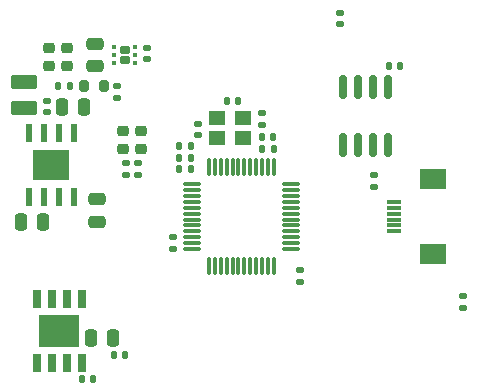
<source format=gbr>
%TF.GenerationSoftware,KiCad,Pcbnew,8.0.2*%
%TF.CreationDate,2024-11-04T12:25:00+02:00*%
%TF.ProjectId,Little Boy - External,4c697474-6c65-4204-926f-79202d204578,rev?*%
%TF.SameCoordinates,Original*%
%TF.FileFunction,Paste,Top*%
%TF.FilePolarity,Positive*%
%FSLAX46Y46*%
G04 Gerber Fmt 4.6, Leading zero omitted, Abs format (unit mm)*
G04 Created by KiCad (PCBNEW 8.0.2) date 2024-11-04 12:25:00*
%MOMM*%
%LPD*%
G01*
G04 APERTURE LIST*
G04 Aperture macros list*
%AMRoundRect*
0 Rectangle with rounded corners*
0 $1 Rounding radius*
0 $2 $3 $4 $5 $6 $7 $8 $9 X,Y pos of 4 corners*
0 Add a 4 corners polygon primitive as box body*
4,1,4,$2,$3,$4,$5,$6,$7,$8,$9,$2,$3,0*
0 Add four circle primitives for the rounded corners*
1,1,$1+$1,$2,$3*
1,1,$1+$1,$4,$5*
1,1,$1+$1,$6,$7*
1,1,$1+$1,$8,$9*
0 Add four rect primitives between the rounded corners*
20,1,$1+$1,$2,$3,$4,$5,0*
20,1,$1+$1,$4,$5,$6,$7,0*
20,1,$1+$1,$6,$7,$8,$9,0*
20,1,$1+$1,$8,$9,$2,$3,0*%
G04 Aperture macros list end*
%ADD10R,3.100000X2.600000*%
%ADD11R,0.600000X1.550000*%
%ADD12RoundRect,0.250000X0.850000X-0.375000X0.850000X0.375000X-0.850000X0.375000X-0.850000X-0.375000X0*%
%ADD13RoundRect,0.135000X0.135000X0.185000X-0.135000X0.185000X-0.135000X-0.185000X0.135000X-0.185000X0*%
%ADD14RoundRect,0.140000X-0.140000X-0.170000X0.140000X-0.170000X0.140000X0.170000X-0.140000X0.170000X0*%
%ADD15RoundRect,0.250000X-0.250000X-0.475000X0.250000X-0.475000X0.250000X0.475000X-0.250000X0.475000X0*%
%ADD16RoundRect,0.218750X-0.256250X0.218750X-0.256250X-0.218750X0.256250X-0.218750X0.256250X0.218750X0*%
%ADD17RoundRect,0.135000X0.185000X-0.135000X0.185000X0.135000X-0.185000X0.135000X-0.185000X-0.135000X0*%
%ADD18RoundRect,0.140000X0.140000X0.170000X-0.140000X0.170000X-0.140000X-0.170000X0.140000X-0.170000X0*%
%ADD19RoundRect,0.250000X0.475000X-0.250000X0.475000X0.250000X-0.475000X0.250000X-0.475000X-0.250000X0*%
%ADD20R,1.400000X1.200000*%
%ADD21RoundRect,0.250000X0.250000X0.475000X-0.250000X0.475000X-0.250000X-0.475000X0.250000X-0.475000X0*%
%ADD22RoundRect,0.225000X-0.250000X0.225000X-0.250000X-0.225000X0.250000X-0.225000X0.250000X0.225000X0*%
%ADD23RoundRect,0.172500X0.262500X0.172500X-0.262500X0.172500X-0.262500X-0.172500X0.262500X-0.172500X0*%
%ADD24RoundRect,0.093750X0.093750X0.106250X-0.093750X0.106250X-0.093750X-0.106250X0.093750X-0.106250X0*%
%ADD25RoundRect,0.150000X0.150000X-0.825000X0.150000X0.825000X-0.150000X0.825000X-0.150000X-0.825000X0*%
%ADD26R,0.650000X1.525000*%
%ADD27R,3.400000X2.710000*%
%ADD28RoundRect,0.135000X-0.185000X0.135000X-0.185000X-0.135000X0.185000X-0.135000X0.185000X0.135000X0*%
%ADD29RoundRect,0.140000X0.170000X-0.140000X0.170000X0.140000X-0.170000X0.140000X-0.170000X-0.140000X0*%
%ADD30RoundRect,0.147500X-0.172500X0.147500X-0.172500X-0.147500X0.172500X-0.147500X0.172500X0.147500X0*%
%ADD31R,1.300000X0.300000*%
%ADD32R,2.200000X1.800000*%
%ADD33RoundRect,0.075000X-0.075000X0.662500X-0.075000X-0.662500X0.075000X-0.662500X0.075000X0.662500X0*%
%ADD34RoundRect,0.075000X-0.662500X0.075000X-0.662500X-0.075000X0.662500X-0.075000X0.662500X0.075000X0*%
%ADD35RoundRect,0.200000X0.200000X0.275000X-0.200000X0.275000X-0.200000X-0.275000X0.200000X-0.275000X0*%
G04 APERTURE END LIST*
D10*
%TO.C,U2*%
X126900000Y-58600000D03*
D11*
X124994999Y-61300001D03*
X126265000Y-61300000D03*
X127535000Y-61300000D03*
X128805000Y-61299999D03*
X128805001Y-55899999D03*
X127535000Y-55900000D03*
X126265000Y-55900000D03*
X124995000Y-55900001D03*
%TD*%
D12*
%TO.C,L2*%
X124624999Y-53775000D03*
X124625001Y-51625000D03*
%TD*%
D13*
%TO.C,R5*%
X128510001Y-51950000D03*
X127490001Y-51949998D03*
%TD*%
D14*
%TO.C,C2*%
X144750000Y-56250000D03*
X145710000Y-56250000D03*
%TD*%
D15*
%TO.C,C11*%
X130260001Y-73250000D03*
X132160001Y-73250000D03*
%TD*%
D16*
%TO.C,D2*%
X134499999Y-55712498D03*
X134500001Y-57287502D03*
%TD*%
D17*
%TO.C,R8*%
X132499999Y-52950000D03*
X132500001Y-51930000D03*
%TD*%
D18*
%TO.C,C6*%
X138709999Y-58029998D03*
X137749999Y-58029998D03*
%TD*%
D14*
%TO.C,C14*%
X132210001Y-74750000D03*
X133170001Y-74750000D03*
%TD*%
D19*
%TO.C,C18*%
X130637497Y-50259178D03*
X130637497Y-48359178D03*
%TD*%
D20*
%TO.C,Y1*%
X140900000Y-56350000D03*
X143100001Y-56349999D03*
X143100000Y-54650000D03*
X140899999Y-54650001D03*
%TD*%
D21*
%TO.C,C10*%
X126200000Y-63449999D03*
X124300000Y-63449999D03*
%TD*%
D18*
%TO.C,C7*%
X138709997Y-57029997D03*
X137749997Y-57029997D03*
%TD*%
D22*
%TO.C,C17*%
X126749999Y-48699998D03*
X126749999Y-50250000D03*
%TD*%
D23*
%TO.C,U3*%
X133137502Y-49709176D03*
X133137500Y-48909178D03*
D24*
X134025001Y-49959177D03*
X134025001Y-49309177D03*
X134025001Y-48659177D03*
X132250001Y-48659177D03*
X132250001Y-49309177D03*
X132250001Y-49959177D03*
%TD*%
D25*
%TO.C,U4*%
X151594999Y-56974999D03*
X152865000Y-56975000D03*
X154135000Y-56975000D03*
X155405001Y-56974999D03*
X155405001Y-52025001D03*
X154135000Y-52025000D03*
X152865000Y-52025000D03*
X151594999Y-52025001D03*
%TD*%
D22*
%TO.C,C16*%
X128250000Y-48724999D03*
X128250000Y-50275001D03*
%TD*%
D26*
%TO.C,IC1*%
X125690002Y-75424002D03*
X126960001Y-75424001D03*
X128230001Y-75424001D03*
X129500003Y-75424002D03*
X129500000Y-70000000D03*
X128230001Y-70000001D03*
X126960001Y-70000001D03*
X125689999Y-70000000D03*
D27*
X127595001Y-72712001D03*
%TD*%
D16*
%TO.C,D1*%
X132999999Y-55712495D03*
X133000001Y-57287499D03*
%TD*%
D18*
%TO.C,C5*%
X138710000Y-59000000D03*
X137750000Y-59000000D03*
%TD*%
D28*
%TO.C,R4*%
X137250001Y-64740000D03*
X137249999Y-65760000D03*
%TD*%
D29*
%TO.C,C22*%
X154250000Y-60480000D03*
X154250000Y-59520000D03*
%TD*%
D17*
%TO.C,R2*%
X134249999Y-59509998D03*
X134250001Y-58489998D03*
%TD*%
D29*
%TO.C,C19*%
X134999997Y-49659179D03*
X134999997Y-48699179D03*
%TD*%
D14*
%TO.C,C4*%
X144770000Y-57250000D03*
X145730000Y-57250000D03*
%TD*%
D18*
%TO.C,C12*%
X130460000Y-76750000D03*
X129500000Y-76750000D03*
%TD*%
D14*
%TO.C,C24*%
X155500000Y-50250000D03*
X156460000Y-50250000D03*
%TD*%
D30*
%TO.C,L1*%
X144750000Y-54250000D03*
X144750000Y-55219996D03*
%TD*%
D29*
%TO.C,R7*%
X151322502Y-46710000D03*
X151322502Y-45750000D03*
%TD*%
%TO.C,C8*%
X161750000Y-70710000D03*
X161750000Y-69750000D03*
%TD*%
D31*
%TO.C,J10*%
X155950000Y-64250000D03*
X155950001Y-63750000D03*
X155949998Y-63249999D03*
X155950000Y-62750001D03*
X155949999Y-62249999D03*
X155950000Y-61750000D03*
D32*
X159200000Y-66150000D03*
X159200002Y-59849999D03*
%TD*%
D29*
%TO.C,C15*%
X126500000Y-54180001D03*
X126500000Y-53220001D03*
%TD*%
D17*
%TO.C,R1*%
X147999999Y-68510000D03*
X148000001Y-67490000D03*
%TD*%
D33*
%TO.C,U1*%
X145749999Y-58837499D03*
X145249999Y-58837500D03*
X144749997Y-58837498D03*
X144250002Y-58837501D03*
X143750000Y-58837500D03*
X143249999Y-58837498D03*
X142750000Y-58837500D03*
X142250000Y-58837500D03*
X141750000Y-58837502D03*
X141250000Y-58837501D03*
X140750000Y-58837502D03*
X140250001Y-58837499D03*
D34*
X138837499Y-60250001D03*
X138837500Y-60750001D03*
X138837498Y-61250003D03*
X138837501Y-61749998D03*
X138837500Y-62250000D03*
X138837498Y-62750001D03*
X138837500Y-63250000D03*
X138837500Y-63750000D03*
X138837502Y-64250000D03*
X138837501Y-64750000D03*
X138837502Y-65250000D03*
X138837499Y-65749999D03*
D33*
X140250001Y-67162501D03*
X140750001Y-67162500D03*
X141250003Y-67162502D03*
X141749998Y-67162499D03*
X142250000Y-67162500D03*
X142750001Y-67162502D03*
X143250000Y-67162500D03*
X143750000Y-67162500D03*
X144250000Y-67162498D03*
X144750000Y-67162499D03*
X145250000Y-67162498D03*
X145749999Y-67162501D03*
D34*
X147162501Y-65749999D03*
X147162500Y-65249999D03*
X147162502Y-64749997D03*
X147162499Y-64250002D03*
X147162500Y-63750000D03*
X147162502Y-63249999D03*
X147162500Y-62750000D03*
X147162500Y-62250000D03*
X147162498Y-61750000D03*
X147162499Y-61250000D03*
X147162498Y-60750000D03*
X147162501Y-60250001D03*
%TD*%
D17*
%TO.C,R3*%
X133249999Y-59509998D03*
X133250001Y-58489998D03*
%TD*%
D19*
%TO.C,C9*%
X130750000Y-63450000D03*
X130750000Y-61550000D03*
%TD*%
D15*
%TO.C,C13*%
X127800000Y-53700000D03*
X129700000Y-53700000D03*
%TD*%
D18*
%TO.C,C1*%
X142710000Y-53250000D03*
X141750000Y-53250000D03*
%TD*%
D35*
%TO.C,R6*%
X131325000Y-51950000D03*
X129675000Y-51950000D03*
%TD*%
D29*
%TO.C,C3*%
X139350000Y-56130000D03*
X139350000Y-55170000D03*
%TD*%
M02*

</source>
